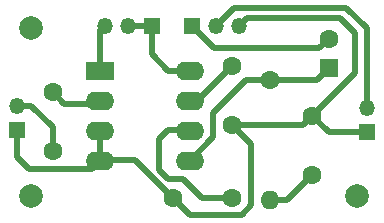
<source format=gbr>
G04 #@! TF.GenerationSoftware,KiCad,Pcbnew,5.1.6*
G04 #@! TF.CreationDate,2020-08-02T20:42:37+02:00*
G04 #@! TF.ProjectId,little_gem,6c697474-6c65-45f6-9765-6d2e6b696361,rev?*
G04 #@! TF.SameCoordinates,Original*
G04 #@! TF.FileFunction,Copper,L2,Bot*
G04 #@! TF.FilePolarity,Positive*
%FSLAX46Y46*%
G04 Gerber Fmt 4.6, Leading zero omitted, Abs format (unit mm)*
G04 Created by KiCad (PCBNEW 5.1.6) date 2020-08-02 20:42:37*
%MOMM*%
%LPD*%
G01*
G04 APERTURE LIST*
G04 #@! TA.AperFunction,ComponentPad*
%ADD10C,2.000000*%
G04 #@! TD*
G04 #@! TA.AperFunction,ComponentPad*
%ADD11R,1.600000X1.600000*%
G04 #@! TD*
G04 #@! TA.AperFunction,ComponentPad*
%ADD12C,1.600000*%
G04 #@! TD*
G04 #@! TA.AperFunction,ComponentPad*
%ADD13R,1.350000X1.350000*%
G04 #@! TD*
G04 #@! TA.AperFunction,ComponentPad*
%ADD14O,1.350000X1.350000*%
G04 #@! TD*
G04 #@! TA.AperFunction,ComponentPad*
%ADD15O,1.600000X1.600000*%
G04 #@! TD*
G04 #@! TA.AperFunction,ComponentPad*
%ADD16R,2.400000X1.600000*%
G04 #@! TD*
G04 #@! TA.AperFunction,ComponentPad*
%ADD17O,2.400000X1.600000*%
G04 #@! TD*
G04 #@! TA.AperFunction,Conductor*
%ADD18C,0.500000*%
G04 #@! TD*
G04 APERTURE END LIST*
D10*
X134200000Y-98600000D03*
X134200000Y-112800000D03*
X161800000Y-112800000D03*
D11*
X159400000Y-102000000D03*
D12*
X159400000Y-99500000D03*
D13*
X147800000Y-98400000D03*
D14*
X149800000Y-98400000D03*
X151800000Y-98400000D03*
X162600000Y-105400000D03*
D13*
X162600000Y-107400000D03*
D12*
X136000000Y-104000000D03*
X136000000Y-109000000D03*
X146200000Y-113000000D03*
X151200000Y-113000000D03*
X151200000Y-106800000D03*
X151200000Y-101800000D03*
X158000000Y-106000000D03*
X158000000Y-111000000D03*
X154400000Y-103000000D03*
D15*
X154400000Y-113160000D03*
D16*
X140005001Y-102195001D03*
D17*
X147625001Y-109815001D03*
X140005001Y-104735001D03*
X147625001Y-107275001D03*
X140005001Y-107275001D03*
X147625001Y-104735001D03*
X140005001Y-109815001D03*
X147625001Y-102195001D03*
D14*
X140400000Y-98400000D03*
X142400000Y-98400000D03*
D13*
X144400000Y-98400000D03*
X133000000Y-107200000D03*
D14*
X133000000Y-105200000D03*
D18*
X136000000Y-104000000D02*
X137000000Y-105000000D01*
X139740002Y-105000000D02*
X140005001Y-104735001D01*
X137000000Y-105000000D02*
X139740002Y-105000000D01*
X136000000Y-107000000D02*
X136000000Y-109000000D01*
X134200000Y-105200000D02*
X136000000Y-107000000D01*
X133000000Y-105200000D02*
X134200000Y-105200000D01*
X133000000Y-109500000D02*
X134000000Y-110500000D01*
X139320002Y-110500000D02*
X140005001Y-109815001D01*
X134000000Y-110500000D02*
X139320002Y-110500000D01*
X140005001Y-109815001D02*
X140005001Y-107275001D01*
X161600000Y-102400000D02*
X158000000Y-106000000D01*
X161600000Y-99000000D02*
X161600000Y-102400000D01*
X160325001Y-97725001D02*
X161600000Y-99000000D01*
X152474999Y-97725001D02*
X160325001Y-97725001D01*
X151800000Y-98400000D02*
X152474999Y-97725001D01*
X157200001Y-106799999D02*
X158000000Y-106000000D01*
X151200000Y-106800000D02*
X157200001Y-106799999D01*
X133000000Y-107600000D02*
X133200000Y-107400000D01*
X158000000Y-106000000D02*
X159400000Y-107400000D01*
X159400000Y-107400000D02*
X162600000Y-107400000D01*
X133000000Y-109500000D02*
X133000000Y-107200000D01*
X146200000Y-113000000D02*
X143000000Y-109800000D01*
X140020002Y-109800000D02*
X140005001Y-109815001D01*
X143000000Y-109800000D02*
X140020002Y-109800000D01*
X152000000Y-114400000D02*
X147600000Y-114400000D01*
X152800000Y-113600000D02*
X152000000Y-114400000D01*
X152800000Y-108400000D02*
X152800000Y-113600000D01*
X147600000Y-114400000D02*
X146200000Y-113000000D01*
X151200000Y-106800000D02*
X152800000Y-108400000D01*
X147550000Y-107200000D02*
X147625001Y-107275001D01*
X145800000Y-107200000D02*
X147550000Y-107200000D01*
X145000000Y-108000000D02*
X145800000Y-107200000D01*
X145800000Y-111400000D02*
X145000000Y-110600000D01*
X147042219Y-111400000D02*
X145800000Y-111400000D01*
X145000000Y-110600000D02*
X145000000Y-108000000D01*
X148642219Y-113000000D02*
X147042219Y-111400000D01*
X151200000Y-113000000D02*
X148642219Y-113000000D01*
X148264999Y-104735001D02*
X151200000Y-101800000D01*
X147625001Y-104735001D02*
X148264999Y-104735001D01*
X155840000Y-113160000D02*
X158000000Y-111000000D01*
X154400000Y-113160000D02*
X155840000Y-113160000D01*
X152400000Y-103000000D02*
X154400000Y-103000000D01*
X149600000Y-105800000D02*
X152400000Y-103000000D01*
X149600000Y-107840002D02*
X149600000Y-105800000D01*
X147625001Y-109815001D02*
X149600000Y-107840002D01*
X158400000Y-103000000D02*
X159400000Y-102000000D01*
X154400000Y-103000000D02*
X158400000Y-103000000D01*
X149699999Y-100299999D02*
X147800000Y-98400000D01*
X158600001Y-100299999D02*
X149699999Y-100299999D01*
X159400000Y-99500000D02*
X158600001Y-100299999D01*
X151324990Y-96875010D02*
X149800000Y-98400000D01*
X162600000Y-98600000D02*
X160875010Y-96875010D01*
X160875010Y-96875010D02*
X151324990Y-96875010D01*
X162600000Y-98600000D02*
X162600000Y-105400000D01*
X140005001Y-98794999D02*
X140400000Y-98400000D01*
X140005001Y-102195001D02*
X140005001Y-98794999D01*
X142400000Y-98400000D02*
X144400000Y-98400000D01*
X144400000Y-98400000D02*
X144400000Y-100800000D01*
X144400000Y-100800000D02*
X145795001Y-102195001D01*
X145795001Y-102195001D02*
X147625001Y-102195001D01*
M02*

</source>
